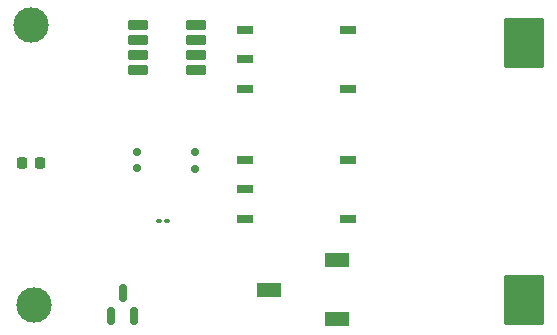
<source format=gbr>
G04 #@! TF.GenerationSoftware,KiCad,Pcbnew,9.0.0*
G04 #@! TF.CreationDate,2025-04-11T10:03:59+08:00*
G04 #@! TF.ProjectId,learn,6c656172-6e2e-46b6-9963-61645f706362,v1.0*
G04 #@! TF.SameCoordinates,Original*
G04 #@! TF.FileFunction,Soldermask,Top*
G04 #@! TF.FilePolarity,Negative*
%FSLAX46Y46*%
G04 Gerber Fmt 4.6, Leading zero omitted, Abs format (unit mm)*
G04 Created by KiCad (PCBNEW 9.0.0) date 2025-04-11 10:03:59*
%MOMM*%
%LPD*%
G01*
G04 APERTURE LIST*
G04 Aperture macros list*
%AMRoundRect*
0 Rectangle with rounded corners*
0 $1 Rounding radius*
0 $2 $3 $4 $5 $6 $7 $8 $9 X,Y pos of 4 corners*
0 Add a 4 corners polygon primitive as box body*
4,1,4,$2,$3,$4,$5,$6,$7,$8,$9,$2,$3,0*
0 Add four circle primitives for the rounded corners*
1,1,$1+$1,$2,$3*
1,1,$1+$1,$4,$5*
1,1,$1+$1,$6,$7*
1,1,$1+$1,$8,$9*
0 Add four rect primitives between the rounded corners*
20,1,$1+$1,$2,$3,$4,$5,0*
20,1,$1+$1,$4,$5,$6,$7,0*
20,1,$1+$1,$6,$7,$8,$9,0*
20,1,$1+$1,$8,$9,$2,$3,0*%
G04 Aperture macros list end*
%ADD10RoundRect,0.100500X-0.751500X-0.301500X0.751500X-0.301500X0.751500X0.301500X-0.751500X0.301500X0*%
%ADD11R,1.450000X0.700000*%
%ADD12RoundRect,0.218750X-0.218750X-0.256250X0.218750X-0.256250X0.218750X0.256250X-0.218750X0.256250X0*%
%ADD13C,3.000000*%
%ADD14RoundRect,0.102000X1.585000X1.980000X-1.585000X1.980000X-1.585000X-1.980000X1.585000X-1.980000X0*%
%ADD15RoundRect,0.150000X0.200000X-0.150000X0.200000X0.150000X-0.200000X0.150000X-0.200000X-0.150000X0*%
%ADD16R,2.050000X1.300000*%
%ADD17RoundRect,0.150000X0.150000X-0.587500X0.150000X0.587500X-0.150000X0.587500X-0.150000X-0.587500X0*%
%ADD18RoundRect,0.150000X-0.200000X0.150000X-0.200000X-0.150000X0.200000X-0.150000X0.200000X0.150000X0*%
%ADD19RoundRect,0.100000X-0.130000X-0.100000X0.130000X-0.100000X0.130000X0.100000X-0.130000X0.100000X0*%
G04 APERTURE END LIST*
D10*
G04 #@! TO.C,U1*
X113530000Y-85095000D03*
X113530000Y-86365000D03*
X113530000Y-87635000D03*
X113530000Y-88905000D03*
X118470000Y-88905000D03*
X118470000Y-87635000D03*
X118470000Y-86365000D03*
X118470000Y-85095000D03*
G04 #@! TD*
D11*
G04 #@! TO.C,RV1*
X122650000Y-85500000D03*
X122650000Y-88000000D03*
X122650000Y-90500000D03*
X131350000Y-85500000D03*
X131350000Y-90500000D03*
G04 #@! TD*
D12*
G04 #@! TO.C,D3*
X103712500Y-96750000D03*
X105287500Y-96750000D03*
G04 #@! TD*
D13*
G04 #@! TO.C,TP1*
X104750000Y-108750000D03*
G04 #@! TD*
D14*
G04 #@! TO.C,BT1*
X146235000Y-108370000D03*
X146235000Y-86610000D03*
G04 #@! TD*
D13*
G04 #@! TO.C,TP2*
X104500000Y-85100000D03*
G04 #@! TD*
D15*
G04 #@! TO.C,D1*
X118420000Y-95872500D03*
X118420000Y-97272500D03*
G04 #@! TD*
D16*
G04 #@! TO.C,SW1*
X124625000Y-107500000D03*
X130375000Y-105000000D03*
X130375000Y-110000000D03*
G04 #@! TD*
D17*
G04 #@! TO.C,Q1*
X111300000Y-109687500D03*
X113200000Y-109687500D03*
X112250000Y-107812500D03*
G04 #@! TD*
D11*
G04 #@! TO.C,RV2*
X122650000Y-96500000D03*
X122650000Y-99000000D03*
X122650000Y-101500000D03*
X131350000Y-96500000D03*
X131350000Y-101500000D03*
G04 #@! TD*
D18*
G04 #@! TO.C,D2*
X113500000Y-97200000D03*
X113500000Y-95800000D03*
G04 #@! TD*
D19*
G04 #@! TO.C,C1*
X115380000Y-101650000D03*
X116020000Y-101650000D03*
G04 #@! TD*
M02*

</source>
